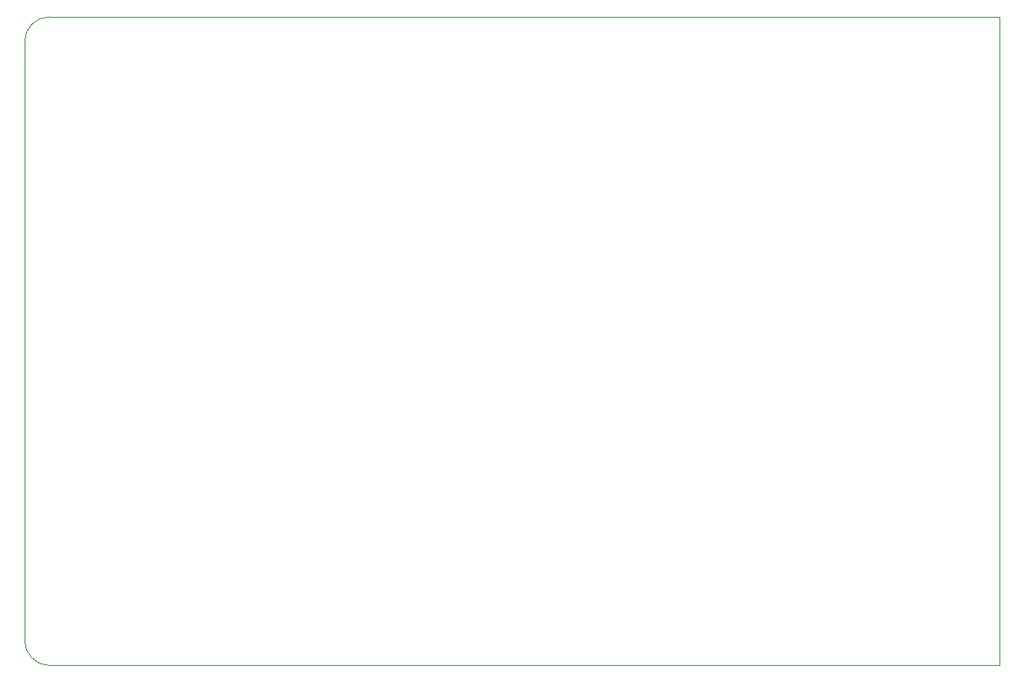
<source format=gbr>
%TF.GenerationSoftware,KiCad,Pcbnew,9.0.6*%
%TF.CreationDate,2026-01-11T11:52:41+09:00*%
%TF.ProjectId,MH01852029121Z2_MJ-HF_control,4d483031-3835-4323-9032-393132315a32,rev?*%
%TF.SameCoordinates,Original*%
%TF.FileFunction,Profile,NP*%
%FSLAX46Y46*%
G04 Gerber Fmt 4.6, Leading zero omitted, Abs format (unit mm)*
G04 Created by KiCad (PCBNEW 9.0.6) date 2026-01-11 11:52:41*
%MOMM*%
%LPD*%
G01*
G04 APERTURE LIST*
%TA.AperFunction,Profile*%
%ADD10C,0.050000*%
%TD*%
G04 APERTURE END LIST*
D10*
X49500000Y-25000000D02*
X144500000Y-25000000D01*
X47000000Y-27500000D02*
X47000000Y-87500000D01*
X49500000Y-90000000D02*
X144500000Y-90000000D01*
X49500000Y-90000000D02*
G75*
G02*
X47000000Y-87500000I0J2500000D01*
G01*
X47000000Y-27500000D02*
G75*
G02*
X49500000Y-25000000I2500000J0D01*
G01*
X144500000Y-25000000D02*
X144500000Y-90000000D01*
M02*

</source>
